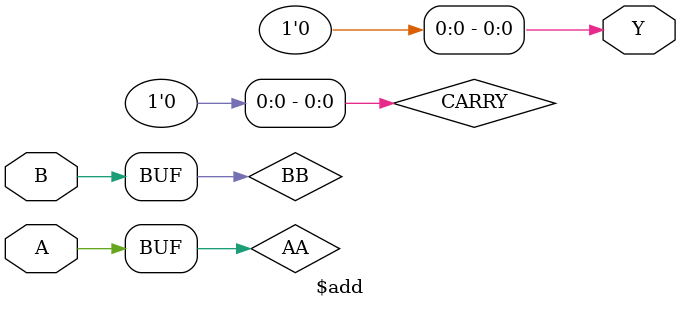
<source format=v>

module \$alu (A, B, CI, BI, X, Y, CO);

parameter A_SIGNED = 0;
parameter B_SIGNED = 0;
parameter A_WIDTH = 1;
parameter B_WIDTH = 1;
parameter Y_WIDTH = 1;

input [A_WIDTH-1:0] A;
input [B_WIDTH-1:0] B;
output [Y_WIDTH:0] X, Y;

input CI, BI;
output [Y_WIDTH:0] CO;

wire [Y_WIDTH-1:0] AA, BB;
wire [1024:0] _TECHMAP_DO_ = "splitnets CARRY; clean";

generate
	if (A_SIGNED && B_SIGNED) begin:BLOCK1
		assign AA = $signed(A), BB = BI ? ~$signed(B) : $signed(B);
	end else begin:BLOCK2
		assign AA = $unsigned(A), BB = BI ? ~$unsigned(B) : $unsigned(B);
	end
endgenerate

   wire [Y_WIDTH: 0 ] CARRY;
   assign CARRY[0] = CI;

   genvar i;
   generate for (i = 0; i < Y_WIDTH - 1; i = i+1) begin:gen3
     adder my_adder (
       .cin		(CARRY[i]),
       .cout	(CARRY[i+1]),
       .a		(AA[i]),
       .b		(BB[i]),
       .sumout	(Y[i])
     );
   end endgenerate

   generate if ((Y_WIDTH -1) % 20 == 0) begin:gen4
     assign Y[Y_WIDTH-1] = CARRY[Y_WIDTH-1];
   end else begin:gen5
     adder my_adder (
       .cin		(CARRY[Y_WIDTH - 1]),
       .cout	(CARRY[Y_WIDTH]),
       .a		(1'b0),
       .b		(1'b0),
       .sumout	(Y[Y_WIDTH -1])
     );
   end
   endgenerate
 endmodule

//---------------------------------------------------------

module \$fa (A, B, C, X, Y);

parameter A_SIGNED = 0;
parameter B_SIGNED = 0;
parameter A_WIDTH = 1;
parameter B_WIDTH = 1;
parameter Y_WIDTH = 1;

input [A_WIDTH-1:0] A;
input [B_WIDTH-1:0] B;
input C;
output [Y_WIDTH:0] X, Y;

wire [Y_WIDTH-1:0] AA, BB;
wire [1024:0] _TECHMAP_DO_ = "splitnets CARRY; clean";

generate
	if (A_SIGNED && B_SIGNED) begin:BLOCK1
		assign AA = $signed(A), BB = $signed(B);
	end else begin:BLOCK2
		assign AA = $unsigned(A), BB = $unsigned(B);
	end
endgenerate

   wire [Y_WIDTH: 0 ] CARRY;
   assign CARRY[0] = C;

   genvar i;
   generate for (i = 0; i < Y_WIDTH - 1; i = i+1) begin:gen3
     adder my_adder (
       .cin		(CARRY[i]),
       .cout	(CARRY[i+1]),
       .a		(AA[i]),
       .b		(BB[i]),
       .sumout	(Y[i])
     );
   end endgenerate

   generate if ((Y_WIDTH -1) % 20 == 0) begin:gen4
     assign Y[Y_WIDTH-1] = CARRY[Y_WIDTH-1];
   end else begin:gen5
     adder my_adder (
       .cin		(CARRY[Y_WIDTH - 1]),
       .cout	(CARRY[Y_WIDTH]),
       .a		(1'b0),
       .b		(1'b0),
       .sumout	(Y[Y_WIDTH -1])
     );
   end
   endgenerate
 endmodule

//---------------------------------------------------------

module \$add (A, B, Y);

parameter A_SIGNED = 0;
parameter B_SIGNED = 0;
parameter A_WIDTH = 1;
parameter B_WIDTH = 1;
parameter Y_WIDTH = 1;

input [A_WIDTH-1:0] A;
input [B_WIDTH-1:0] B;
output [Y_WIDTH:0] Y;

wire [Y_WIDTH-1:0] AA, BB;
wire [1024:0] _TECHMAP_DO_ = "splitnets CARRY; clean";

generate
	if (A_SIGNED && B_SIGNED) begin:BLOCK1
		assign AA = $signed(A), BB = $signed(B);
	end else begin:BLOCK2
		assign AA = $unsigned(A), BB = $unsigned(B);
	end
endgenerate

   wire [Y_WIDTH: 0 ] CARRY;
   assign CARRY[0] = 1'b0;

   genvar i;
   generate for (i = 0; i < Y_WIDTH - 1; i = i+1) begin:gen3
     adder my_adder (
       .cin		(CARRY[i]),
       .cout	(CARRY[i+1]),
       .a		(AA[i]),
       .b		(BB[i]),
       .sumout	(Y[i])
     );
   end endgenerate

   generate if ((Y_WIDTH -1) % 20 == 0) begin:gen4
     assign Y[Y_WIDTH-1] = CARRY[Y_WIDTH-1];
   end else begin:gen5
     adder my_adder (
       .cin		(CARRY[Y_WIDTH - 1]),
       .cout	(CARRY[Y_WIDTH]),
       .a		(1'b0),
       .b		(1'b0),
       .sumout	(Y[Y_WIDTH -1])
     );
   end
   endgenerate
 endmodule

</source>
